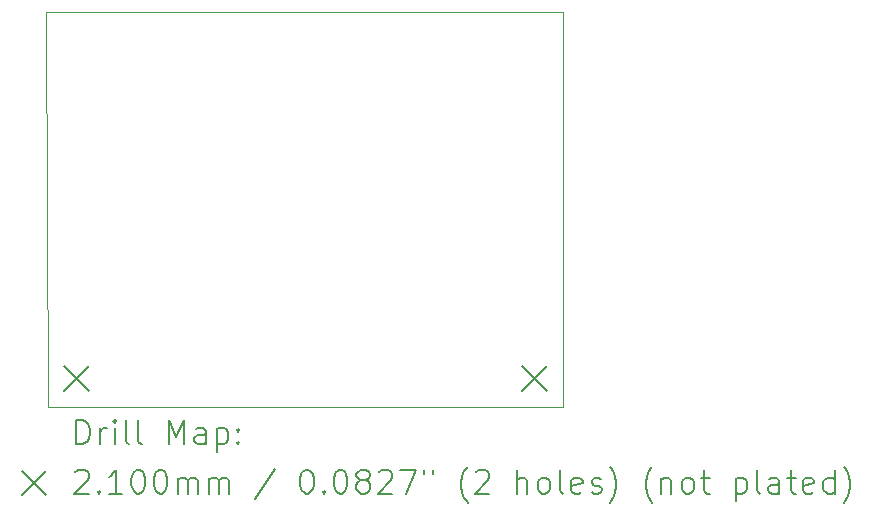
<source format=gbr>
%TF.GenerationSoftware,KiCad,Pcbnew,7.0.5*%
%TF.CreationDate,2023-07-07T22:00:24-05:00*%
%TF.ProjectId,leapsd,6c656170-7364-42e6-9b69-6361645f7063,rev?*%
%TF.SameCoordinates,Original*%
%TF.FileFunction,Drillmap*%
%TF.FilePolarity,Positive*%
%FSLAX45Y45*%
G04 Gerber Fmt 4.5, Leading zero omitted, Abs format (unit mm)*
G04 Created by KiCad (PCBNEW 7.0.5) date 2023-07-07 22:00:24*
%MOMM*%
%LPD*%
G01*
G04 APERTURE LIST*
%ADD10C,0.050000*%
%ADD11C,0.200000*%
%ADD12C,0.210000*%
G04 APERTURE END LIST*
D10*
X15680000Y-3460000D02*
X15680000Y-3480000D01*
X20060000Y-3460000D02*
X20060000Y-6800000D01*
X15700000Y-6800000D02*
X20060000Y-6800000D01*
X20060000Y-3460000D02*
X15680000Y-3460000D01*
X15680000Y-3480000D02*
X15700000Y-6800000D01*
D11*
D12*
X15835000Y-6455000D02*
X16045000Y-6665000D01*
X16045000Y-6455000D02*
X15835000Y-6665000D01*
X19715000Y-6455000D02*
X19925000Y-6665000D01*
X19925000Y-6455000D02*
X19715000Y-6665000D01*
D11*
X15938277Y-7113984D02*
X15938277Y-6913984D01*
X15938277Y-6913984D02*
X15985896Y-6913984D01*
X15985896Y-6913984D02*
X16014467Y-6923508D01*
X16014467Y-6923508D02*
X16033515Y-6942555D01*
X16033515Y-6942555D02*
X16043039Y-6961603D01*
X16043039Y-6961603D02*
X16052562Y-6999698D01*
X16052562Y-6999698D02*
X16052562Y-7028269D01*
X16052562Y-7028269D02*
X16043039Y-7066365D01*
X16043039Y-7066365D02*
X16033515Y-7085412D01*
X16033515Y-7085412D02*
X16014467Y-7104460D01*
X16014467Y-7104460D02*
X15985896Y-7113984D01*
X15985896Y-7113984D02*
X15938277Y-7113984D01*
X16138277Y-7113984D02*
X16138277Y-6980650D01*
X16138277Y-7018746D02*
X16147801Y-6999698D01*
X16147801Y-6999698D02*
X16157324Y-6990174D01*
X16157324Y-6990174D02*
X16176372Y-6980650D01*
X16176372Y-6980650D02*
X16195420Y-6980650D01*
X16262086Y-7113984D02*
X16262086Y-6980650D01*
X16262086Y-6913984D02*
X16252562Y-6923508D01*
X16252562Y-6923508D02*
X16262086Y-6933031D01*
X16262086Y-6933031D02*
X16271610Y-6923508D01*
X16271610Y-6923508D02*
X16262086Y-6913984D01*
X16262086Y-6913984D02*
X16262086Y-6933031D01*
X16385896Y-7113984D02*
X16366848Y-7104460D01*
X16366848Y-7104460D02*
X16357324Y-7085412D01*
X16357324Y-7085412D02*
X16357324Y-6913984D01*
X16490658Y-7113984D02*
X16471610Y-7104460D01*
X16471610Y-7104460D02*
X16462086Y-7085412D01*
X16462086Y-7085412D02*
X16462086Y-6913984D01*
X16719229Y-7113984D02*
X16719229Y-6913984D01*
X16719229Y-6913984D02*
X16785896Y-7056841D01*
X16785896Y-7056841D02*
X16852563Y-6913984D01*
X16852563Y-6913984D02*
X16852563Y-7113984D01*
X17033515Y-7113984D02*
X17033515Y-7009222D01*
X17033515Y-7009222D02*
X17023991Y-6990174D01*
X17023991Y-6990174D02*
X17004944Y-6980650D01*
X17004944Y-6980650D02*
X16966848Y-6980650D01*
X16966848Y-6980650D02*
X16947801Y-6990174D01*
X17033515Y-7104460D02*
X17014467Y-7113984D01*
X17014467Y-7113984D02*
X16966848Y-7113984D01*
X16966848Y-7113984D02*
X16947801Y-7104460D01*
X16947801Y-7104460D02*
X16938277Y-7085412D01*
X16938277Y-7085412D02*
X16938277Y-7066365D01*
X16938277Y-7066365D02*
X16947801Y-7047317D01*
X16947801Y-7047317D02*
X16966848Y-7037793D01*
X16966848Y-7037793D02*
X17014467Y-7037793D01*
X17014467Y-7037793D02*
X17033515Y-7028269D01*
X17128753Y-6980650D02*
X17128753Y-7180650D01*
X17128753Y-6990174D02*
X17147801Y-6980650D01*
X17147801Y-6980650D02*
X17185896Y-6980650D01*
X17185896Y-6980650D02*
X17204944Y-6990174D01*
X17204944Y-6990174D02*
X17214467Y-6999698D01*
X17214467Y-6999698D02*
X17223991Y-7018746D01*
X17223991Y-7018746D02*
X17223991Y-7075888D01*
X17223991Y-7075888D02*
X17214467Y-7094936D01*
X17214467Y-7094936D02*
X17204944Y-7104460D01*
X17204944Y-7104460D02*
X17185896Y-7113984D01*
X17185896Y-7113984D02*
X17147801Y-7113984D01*
X17147801Y-7113984D02*
X17128753Y-7104460D01*
X17309705Y-7094936D02*
X17319229Y-7104460D01*
X17319229Y-7104460D02*
X17309705Y-7113984D01*
X17309705Y-7113984D02*
X17300182Y-7104460D01*
X17300182Y-7104460D02*
X17309705Y-7094936D01*
X17309705Y-7094936D02*
X17309705Y-7113984D01*
X17309705Y-6990174D02*
X17319229Y-6999698D01*
X17319229Y-6999698D02*
X17309705Y-7009222D01*
X17309705Y-7009222D02*
X17300182Y-6999698D01*
X17300182Y-6999698D02*
X17309705Y-6990174D01*
X17309705Y-6990174D02*
X17309705Y-7009222D01*
X15477500Y-7342500D02*
X15677500Y-7542500D01*
X15677500Y-7342500D02*
X15477500Y-7542500D01*
X15928753Y-7353031D02*
X15938277Y-7343508D01*
X15938277Y-7343508D02*
X15957324Y-7333984D01*
X15957324Y-7333984D02*
X16004943Y-7333984D01*
X16004943Y-7333984D02*
X16023991Y-7343508D01*
X16023991Y-7343508D02*
X16033515Y-7353031D01*
X16033515Y-7353031D02*
X16043039Y-7372079D01*
X16043039Y-7372079D02*
X16043039Y-7391127D01*
X16043039Y-7391127D02*
X16033515Y-7419698D01*
X16033515Y-7419698D02*
X15919229Y-7533984D01*
X15919229Y-7533984D02*
X16043039Y-7533984D01*
X16128753Y-7514936D02*
X16138277Y-7524460D01*
X16138277Y-7524460D02*
X16128753Y-7533984D01*
X16128753Y-7533984D02*
X16119229Y-7524460D01*
X16119229Y-7524460D02*
X16128753Y-7514936D01*
X16128753Y-7514936D02*
X16128753Y-7533984D01*
X16328753Y-7533984D02*
X16214467Y-7533984D01*
X16271610Y-7533984D02*
X16271610Y-7333984D01*
X16271610Y-7333984D02*
X16252562Y-7362555D01*
X16252562Y-7362555D02*
X16233515Y-7381603D01*
X16233515Y-7381603D02*
X16214467Y-7391127D01*
X16452562Y-7333984D02*
X16471610Y-7333984D01*
X16471610Y-7333984D02*
X16490658Y-7343508D01*
X16490658Y-7343508D02*
X16500182Y-7353031D01*
X16500182Y-7353031D02*
X16509705Y-7372079D01*
X16509705Y-7372079D02*
X16519229Y-7410174D01*
X16519229Y-7410174D02*
X16519229Y-7457793D01*
X16519229Y-7457793D02*
X16509705Y-7495888D01*
X16509705Y-7495888D02*
X16500182Y-7514936D01*
X16500182Y-7514936D02*
X16490658Y-7524460D01*
X16490658Y-7524460D02*
X16471610Y-7533984D01*
X16471610Y-7533984D02*
X16452562Y-7533984D01*
X16452562Y-7533984D02*
X16433515Y-7524460D01*
X16433515Y-7524460D02*
X16423991Y-7514936D01*
X16423991Y-7514936D02*
X16414467Y-7495888D01*
X16414467Y-7495888D02*
X16404943Y-7457793D01*
X16404943Y-7457793D02*
X16404943Y-7410174D01*
X16404943Y-7410174D02*
X16414467Y-7372079D01*
X16414467Y-7372079D02*
X16423991Y-7353031D01*
X16423991Y-7353031D02*
X16433515Y-7343508D01*
X16433515Y-7343508D02*
X16452562Y-7333984D01*
X16643039Y-7333984D02*
X16662086Y-7333984D01*
X16662086Y-7333984D02*
X16681134Y-7343508D01*
X16681134Y-7343508D02*
X16690658Y-7353031D01*
X16690658Y-7353031D02*
X16700182Y-7372079D01*
X16700182Y-7372079D02*
X16709705Y-7410174D01*
X16709705Y-7410174D02*
X16709705Y-7457793D01*
X16709705Y-7457793D02*
X16700182Y-7495888D01*
X16700182Y-7495888D02*
X16690658Y-7514936D01*
X16690658Y-7514936D02*
X16681134Y-7524460D01*
X16681134Y-7524460D02*
X16662086Y-7533984D01*
X16662086Y-7533984D02*
X16643039Y-7533984D01*
X16643039Y-7533984D02*
X16623991Y-7524460D01*
X16623991Y-7524460D02*
X16614467Y-7514936D01*
X16614467Y-7514936D02*
X16604943Y-7495888D01*
X16604943Y-7495888D02*
X16595420Y-7457793D01*
X16595420Y-7457793D02*
X16595420Y-7410174D01*
X16595420Y-7410174D02*
X16604943Y-7372079D01*
X16604943Y-7372079D02*
X16614467Y-7353031D01*
X16614467Y-7353031D02*
X16623991Y-7343508D01*
X16623991Y-7343508D02*
X16643039Y-7333984D01*
X16795420Y-7533984D02*
X16795420Y-7400650D01*
X16795420Y-7419698D02*
X16804944Y-7410174D01*
X16804944Y-7410174D02*
X16823991Y-7400650D01*
X16823991Y-7400650D02*
X16852563Y-7400650D01*
X16852563Y-7400650D02*
X16871610Y-7410174D01*
X16871610Y-7410174D02*
X16881134Y-7429222D01*
X16881134Y-7429222D02*
X16881134Y-7533984D01*
X16881134Y-7429222D02*
X16890658Y-7410174D01*
X16890658Y-7410174D02*
X16909705Y-7400650D01*
X16909705Y-7400650D02*
X16938277Y-7400650D01*
X16938277Y-7400650D02*
X16957325Y-7410174D01*
X16957325Y-7410174D02*
X16966848Y-7429222D01*
X16966848Y-7429222D02*
X16966848Y-7533984D01*
X17062086Y-7533984D02*
X17062086Y-7400650D01*
X17062086Y-7419698D02*
X17071610Y-7410174D01*
X17071610Y-7410174D02*
X17090658Y-7400650D01*
X17090658Y-7400650D02*
X17119229Y-7400650D01*
X17119229Y-7400650D02*
X17138277Y-7410174D01*
X17138277Y-7410174D02*
X17147801Y-7429222D01*
X17147801Y-7429222D02*
X17147801Y-7533984D01*
X17147801Y-7429222D02*
X17157325Y-7410174D01*
X17157325Y-7410174D02*
X17176372Y-7400650D01*
X17176372Y-7400650D02*
X17204944Y-7400650D01*
X17204944Y-7400650D02*
X17223991Y-7410174D01*
X17223991Y-7410174D02*
X17233515Y-7429222D01*
X17233515Y-7429222D02*
X17233515Y-7533984D01*
X17623991Y-7324460D02*
X17452563Y-7581603D01*
X17881134Y-7333984D02*
X17900182Y-7333984D01*
X17900182Y-7333984D02*
X17919229Y-7343508D01*
X17919229Y-7343508D02*
X17928753Y-7353031D01*
X17928753Y-7353031D02*
X17938277Y-7372079D01*
X17938277Y-7372079D02*
X17947801Y-7410174D01*
X17947801Y-7410174D02*
X17947801Y-7457793D01*
X17947801Y-7457793D02*
X17938277Y-7495888D01*
X17938277Y-7495888D02*
X17928753Y-7514936D01*
X17928753Y-7514936D02*
X17919229Y-7524460D01*
X17919229Y-7524460D02*
X17900182Y-7533984D01*
X17900182Y-7533984D02*
X17881134Y-7533984D01*
X17881134Y-7533984D02*
X17862087Y-7524460D01*
X17862087Y-7524460D02*
X17852563Y-7514936D01*
X17852563Y-7514936D02*
X17843039Y-7495888D01*
X17843039Y-7495888D02*
X17833515Y-7457793D01*
X17833515Y-7457793D02*
X17833515Y-7410174D01*
X17833515Y-7410174D02*
X17843039Y-7372079D01*
X17843039Y-7372079D02*
X17852563Y-7353031D01*
X17852563Y-7353031D02*
X17862087Y-7343508D01*
X17862087Y-7343508D02*
X17881134Y-7333984D01*
X18033515Y-7514936D02*
X18043039Y-7524460D01*
X18043039Y-7524460D02*
X18033515Y-7533984D01*
X18033515Y-7533984D02*
X18023991Y-7524460D01*
X18023991Y-7524460D02*
X18033515Y-7514936D01*
X18033515Y-7514936D02*
X18033515Y-7533984D01*
X18166848Y-7333984D02*
X18185896Y-7333984D01*
X18185896Y-7333984D02*
X18204944Y-7343508D01*
X18204944Y-7343508D02*
X18214468Y-7353031D01*
X18214468Y-7353031D02*
X18223991Y-7372079D01*
X18223991Y-7372079D02*
X18233515Y-7410174D01*
X18233515Y-7410174D02*
X18233515Y-7457793D01*
X18233515Y-7457793D02*
X18223991Y-7495888D01*
X18223991Y-7495888D02*
X18214468Y-7514936D01*
X18214468Y-7514936D02*
X18204944Y-7524460D01*
X18204944Y-7524460D02*
X18185896Y-7533984D01*
X18185896Y-7533984D02*
X18166848Y-7533984D01*
X18166848Y-7533984D02*
X18147801Y-7524460D01*
X18147801Y-7524460D02*
X18138277Y-7514936D01*
X18138277Y-7514936D02*
X18128753Y-7495888D01*
X18128753Y-7495888D02*
X18119229Y-7457793D01*
X18119229Y-7457793D02*
X18119229Y-7410174D01*
X18119229Y-7410174D02*
X18128753Y-7372079D01*
X18128753Y-7372079D02*
X18138277Y-7353031D01*
X18138277Y-7353031D02*
X18147801Y-7343508D01*
X18147801Y-7343508D02*
X18166848Y-7333984D01*
X18347801Y-7419698D02*
X18328753Y-7410174D01*
X18328753Y-7410174D02*
X18319229Y-7400650D01*
X18319229Y-7400650D02*
X18309706Y-7381603D01*
X18309706Y-7381603D02*
X18309706Y-7372079D01*
X18309706Y-7372079D02*
X18319229Y-7353031D01*
X18319229Y-7353031D02*
X18328753Y-7343508D01*
X18328753Y-7343508D02*
X18347801Y-7333984D01*
X18347801Y-7333984D02*
X18385896Y-7333984D01*
X18385896Y-7333984D02*
X18404944Y-7343508D01*
X18404944Y-7343508D02*
X18414468Y-7353031D01*
X18414468Y-7353031D02*
X18423991Y-7372079D01*
X18423991Y-7372079D02*
X18423991Y-7381603D01*
X18423991Y-7381603D02*
X18414468Y-7400650D01*
X18414468Y-7400650D02*
X18404944Y-7410174D01*
X18404944Y-7410174D02*
X18385896Y-7419698D01*
X18385896Y-7419698D02*
X18347801Y-7419698D01*
X18347801Y-7419698D02*
X18328753Y-7429222D01*
X18328753Y-7429222D02*
X18319229Y-7438746D01*
X18319229Y-7438746D02*
X18309706Y-7457793D01*
X18309706Y-7457793D02*
X18309706Y-7495888D01*
X18309706Y-7495888D02*
X18319229Y-7514936D01*
X18319229Y-7514936D02*
X18328753Y-7524460D01*
X18328753Y-7524460D02*
X18347801Y-7533984D01*
X18347801Y-7533984D02*
X18385896Y-7533984D01*
X18385896Y-7533984D02*
X18404944Y-7524460D01*
X18404944Y-7524460D02*
X18414468Y-7514936D01*
X18414468Y-7514936D02*
X18423991Y-7495888D01*
X18423991Y-7495888D02*
X18423991Y-7457793D01*
X18423991Y-7457793D02*
X18414468Y-7438746D01*
X18414468Y-7438746D02*
X18404944Y-7429222D01*
X18404944Y-7429222D02*
X18385896Y-7419698D01*
X18500182Y-7353031D02*
X18509706Y-7343508D01*
X18509706Y-7343508D02*
X18528753Y-7333984D01*
X18528753Y-7333984D02*
X18576372Y-7333984D01*
X18576372Y-7333984D02*
X18595420Y-7343508D01*
X18595420Y-7343508D02*
X18604944Y-7353031D01*
X18604944Y-7353031D02*
X18614468Y-7372079D01*
X18614468Y-7372079D02*
X18614468Y-7391127D01*
X18614468Y-7391127D02*
X18604944Y-7419698D01*
X18604944Y-7419698D02*
X18490658Y-7533984D01*
X18490658Y-7533984D02*
X18614468Y-7533984D01*
X18681134Y-7333984D02*
X18814468Y-7333984D01*
X18814468Y-7333984D02*
X18728753Y-7533984D01*
X18881134Y-7333984D02*
X18881134Y-7372079D01*
X18957325Y-7333984D02*
X18957325Y-7372079D01*
X19252563Y-7610174D02*
X19243039Y-7600650D01*
X19243039Y-7600650D02*
X19223991Y-7572079D01*
X19223991Y-7572079D02*
X19214468Y-7553031D01*
X19214468Y-7553031D02*
X19204944Y-7524460D01*
X19204944Y-7524460D02*
X19195420Y-7476841D01*
X19195420Y-7476841D02*
X19195420Y-7438746D01*
X19195420Y-7438746D02*
X19204944Y-7391127D01*
X19204944Y-7391127D02*
X19214468Y-7362555D01*
X19214468Y-7362555D02*
X19223991Y-7343508D01*
X19223991Y-7343508D02*
X19243039Y-7314936D01*
X19243039Y-7314936D02*
X19252563Y-7305412D01*
X19319230Y-7353031D02*
X19328753Y-7343508D01*
X19328753Y-7343508D02*
X19347801Y-7333984D01*
X19347801Y-7333984D02*
X19395420Y-7333984D01*
X19395420Y-7333984D02*
X19414468Y-7343508D01*
X19414468Y-7343508D02*
X19423991Y-7353031D01*
X19423991Y-7353031D02*
X19433515Y-7372079D01*
X19433515Y-7372079D02*
X19433515Y-7391127D01*
X19433515Y-7391127D02*
X19423991Y-7419698D01*
X19423991Y-7419698D02*
X19309706Y-7533984D01*
X19309706Y-7533984D02*
X19433515Y-7533984D01*
X19671611Y-7533984D02*
X19671611Y-7333984D01*
X19757325Y-7533984D02*
X19757325Y-7429222D01*
X19757325Y-7429222D02*
X19747801Y-7410174D01*
X19747801Y-7410174D02*
X19728753Y-7400650D01*
X19728753Y-7400650D02*
X19700182Y-7400650D01*
X19700182Y-7400650D02*
X19681134Y-7410174D01*
X19681134Y-7410174D02*
X19671611Y-7419698D01*
X19881134Y-7533984D02*
X19862087Y-7524460D01*
X19862087Y-7524460D02*
X19852563Y-7514936D01*
X19852563Y-7514936D02*
X19843039Y-7495888D01*
X19843039Y-7495888D02*
X19843039Y-7438746D01*
X19843039Y-7438746D02*
X19852563Y-7419698D01*
X19852563Y-7419698D02*
X19862087Y-7410174D01*
X19862087Y-7410174D02*
X19881134Y-7400650D01*
X19881134Y-7400650D02*
X19909706Y-7400650D01*
X19909706Y-7400650D02*
X19928753Y-7410174D01*
X19928753Y-7410174D02*
X19938277Y-7419698D01*
X19938277Y-7419698D02*
X19947801Y-7438746D01*
X19947801Y-7438746D02*
X19947801Y-7495888D01*
X19947801Y-7495888D02*
X19938277Y-7514936D01*
X19938277Y-7514936D02*
X19928753Y-7524460D01*
X19928753Y-7524460D02*
X19909706Y-7533984D01*
X19909706Y-7533984D02*
X19881134Y-7533984D01*
X20062087Y-7533984D02*
X20043039Y-7524460D01*
X20043039Y-7524460D02*
X20033515Y-7505412D01*
X20033515Y-7505412D02*
X20033515Y-7333984D01*
X20214468Y-7524460D02*
X20195420Y-7533984D01*
X20195420Y-7533984D02*
X20157325Y-7533984D01*
X20157325Y-7533984D02*
X20138277Y-7524460D01*
X20138277Y-7524460D02*
X20128753Y-7505412D01*
X20128753Y-7505412D02*
X20128753Y-7429222D01*
X20128753Y-7429222D02*
X20138277Y-7410174D01*
X20138277Y-7410174D02*
X20157325Y-7400650D01*
X20157325Y-7400650D02*
X20195420Y-7400650D01*
X20195420Y-7400650D02*
X20214468Y-7410174D01*
X20214468Y-7410174D02*
X20223992Y-7429222D01*
X20223992Y-7429222D02*
X20223992Y-7448269D01*
X20223992Y-7448269D02*
X20128753Y-7467317D01*
X20300182Y-7524460D02*
X20319230Y-7533984D01*
X20319230Y-7533984D02*
X20357325Y-7533984D01*
X20357325Y-7533984D02*
X20376373Y-7524460D01*
X20376373Y-7524460D02*
X20385896Y-7505412D01*
X20385896Y-7505412D02*
X20385896Y-7495888D01*
X20385896Y-7495888D02*
X20376373Y-7476841D01*
X20376373Y-7476841D02*
X20357325Y-7467317D01*
X20357325Y-7467317D02*
X20328753Y-7467317D01*
X20328753Y-7467317D02*
X20309706Y-7457793D01*
X20309706Y-7457793D02*
X20300182Y-7438746D01*
X20300182Y-7438746D02*
X20300182Y-7429222D01*
X20300182Y-7429222D02*
X20309706Y-7410174D01*
X20309706Y-7410174D02*
X20328753Y-7400650D01*
X20328753Y-7400650D02*
X20357325Y-7400650D01*
X20357325Y-7400650D02*
X20376373Y-7410174D01*
X20452563Y-7610174D02*
X20462087Y-7600650D01*
X20462087Y-7600650D02*
X20481134Y-7572079D01*
X20481134Y-7572079D02*
X20490658Y-7553031D01*
X20490658Y-7553031D02*
X20500182Y-7524460D01*
X20500182Y-7524460D02*
X20509706Y-7476841D01*
X20509706Y-7476841D02*
X20509706Y-7438746D01*
X20509706Y-7438746D02*
X20500182Y-7391127D01*
X20500182Y-7391127D02*
X20490658Y-7362555D01*
X20490658Y-7362555D02*
X20481134Y-7343508D01*
X20481134Y-7343508D02*
X20462087Y-7314936D01*
X20462087Y-7314936D02*
X20452563Y-7305412D01*
X20814468Y-7610174D02*
X20804944Y-7600650D01*
X20804944Y-7600650D02*
X20785896Y-7572079D01*
X20785896Y-7572079D02*
X20776373Y-7553031D01*
X20776373Y-7553031D02*
X20766849Y-7524460D01*
X20766849Y-7524460D02*
X20757325Y-7476841D01*
X20757325Y-7476841D02*
X20757325Y-7438746D01*
X20757325Y-7438746D02*
X20766849Y-7391127D01*
X20766849Y-7391127D02*
X20776373Y-7362555D01*
X20776373Y-7362555D02*
X20785896Y-7343508D01*
X20785896Y-7343508D02*
X20804944Y-7314936D01*
X20804944Y-7314936D02*
X20814468Y-7305412D01*
X20890658Y-7400650D02*
X20890658Y-7533984D01*
X20890658Y-7419698D02*
X20900182Y-7410174D01*
X20900182Y-7410174D02*
X20919230Y-7400650D01*
X20919230Y-7400650D02*
X20947801Y-7400650D01*
X20947801Y-7400650D02*
X20966849Y-7410174D01*
X20966849Y-7410174D02*
X20976373Y-7429222D01*
X20976373Y-7429222D02*
X20976373Y-7533984D01*
X21100182Y-7533984D02*
X21081134Y-7524460D01*
X21081134Y-7524460D02*
X21071611Y-7514936D01*
X21071611Y-7514936D02*
X21062087Y-7495888D01*
X21062087Y-7495888D02*
X21062087Y-7438746D01*
X21062087Y-7438746D02*
X21071611Y-7419698D01*
X21071611Y-7419698D02*
X21081134Y-7410174D01*
X21081134Y-7410174D02*
X21100182Y-7400650D01*
X21100182Y-7400650D02*
X21128754Y-7400650D01*
X21128754Y-7400650D02*
X21147801Y-7410174D01*
X21147801Y-7410174D02*
X21157325Y-7419698D01*
X21157325Y-7419698D02*
X21166849Y-7438746D01*
X21166849Y-7438746D02*
X21166849Y-7495888D01*
X21166849Y-7495888D02*
X21157325Y-7514936D01*
X21157325Y-7514936D02*
X21147801Y-7524460D01*
X21147801Y-7524460D02*
X21128754Y-7533984D01*
X21128754Y-7533984D02*
X21100182Y-7533984D01*
X21223992Y-7400650D02*
X21300182Y-7400650D01*
X21252563Y-7333984D02*
X21252563Y-7505412D01*
X21252563Y-7505412D02*
X21262087Y-7524460D01*
X21262087Y-7524460D02*
X21281134Y-7533984D01*
X21281134Y-7533984D02*
X21300182Y-7533984D01*
X21519230Y-7400650D02*
X21519230Y-7600650D01*
X21519230Y-7410174D02*
X21538277Y-7400650D01*
X21538277Y-7400650D02*
X21576373Y-7400650D01*
X21576373Y-7400650D02*
X21595420Y-7410174D01*
X21595420Y-7410174D02*
X21604944Y-7419698D01*
X21604944Y-7419698D02*
X21614468Y-7438746D01*
X21614468Y-7438746D02*
X21614468Y-7495888D01*
X21614468Y-7495888D02*
X21604944Y-7514936D01*
X21604944Y-7514936D02*
X21595420Y-7524460D01*
X21595420Y-7524460D02*
X21576373Y-7533984D01*
X21576373Y-7533984D02*
X21538277Y-7533984D01*
X21538277Y-7533984D02*
X21519230Y-7524460D01*
X21728754Y-7533984D02*
X21709706Y-7524460D01*
X21709706Y-7524460D02*
X21700182Y-7505412D01*
X21700182Y-7505412D02*
X21700182Y-7333984D01*
X21890658Y-7533984D02*
X21890658Y-7429222D01*
X21890658Y-7429222D02*
X21881135Y-7410174D01*
X21881135Y-7410174D02*
X21862087Y-7400650D01*
X21862087Y-7400650D02*
X21823992Y-7400650D01*
X21823992Y-7400650D02*
X21804944Y-7410174D01*
X21890658Y-7524460D02*
X21871611Y-7533984D01*
X21871611Y-7533984D02*
X21823992Y-7533984D01*
X21823992Y-7533984D02*
X21804944Y-7524460D01*
X21804944Y-7524460D02*
X21795420Y-7505412D01*
X21795420Y-7505412D02*
X21795420Y-7486365D01*
X21795420Y-7486365D02*
X21804944Y-7467317D01*
X21804944Y-7467317D02*
X21823992Y-7457793D01*
X21823992Y-7457793D02*
X21871611Y-7457793D01*
X21871611Y-7457793D02*
X21890658Y-7448269D01*
X21957325Y-7400650D02*
X22033515Y-7400650D01*
X21985896Y-7333984D02*
X21985896Y-7505412D01*
X21985896Y-7505412D02*
X21995420Y-7524460D01*
X21995420Y-7524460D02*
X22014468Y-7533984D01*
X22014468Y-7533984D02*
X22033515Y-7533984D01*
X22176373Y-7524460D02*
X22157325Y-7533984D01*
X22157325Y-7533984D02*
X22119230Y-7533984D01*
X22119230Y-7533984D02*
X22100182Y-7524460D01*
X22100182Y-7524460D02*
X22090658Y-7505412D01*
X22090658Y-7505412D02*
X22090658Y-7429222D01*
X22090658Y-7429222D02*
X22100182Y-7410174D01*
X22100182Y-7410174D02*
X22119230Y-7400650D01*
X22119230Y-7400650D02*
X22157325Y-7400650D01*
X22157325Y-7400650D02*
X22176373Y-7410174D01*
X22176373Y-7410174D02*
X22185896Y-7429222D01*
X22185896Y-7429222D02*
X22185896Y-7448269D01*
X22185896Y-7448269D02*
X22090658Y-7467317D01*
X22357325Y-7533984D02*
X22357325Y-7333984D01*
X22357325Y-7524460D02*
X22338277Y-7533984D01*
X22338277Y-7533984D02*
X22300182Y-7533984D01*
X22300182Y-7533984D02*
X22281135Y-7524460D01*
X22281135Y-7524460D02*
X22271611Y-7514936D01*
X22271611Y-7514936D02*
X22262087Y-7495888D01*
X22262087Y-7495888D02*
X22262087Y-7438746D01*
X22262087Y-7438746D02*
X22271611Y-7419698D01*
X22271611Y-7419698D02*
X22281135Y-7410174D01*
X22281135Y-7410174D02*
X22300182Y-7400650D01*
X22300182Y-7400650D02*
X22338277Y-7400650D01*
X22338277Y-7400650D02*
X22357325Y-7410174D01*
X22433515Y-7610174D02*
X22443039Y-7600650D01*
X22443039Y-7600650D02*
X22462087Y-7572079D01*
X22462087Y-7572079D02*
X22471611Y-7553031D01*
X22471611Y-7553031D02*
X22481134Y-7524460D01*
X22481134Y-7524460D02*
X22490658Y-7476841D01*
X22490658Y-7476841D02*
X22490658Y-7438746D01*
X22490658Y-7438746D02*
X22481134Y-7391127D01*
X22481134Y-7391127D02*
X22471611Y-7362555D01*
X22471611Y-7362555D02*
X22462087Y-7343508D01*
X22462087Y-7343508D02*
X22443039Y-7314936D01*
X22443039Y-7314936D02*
X22433515Y-7305412D01*
M02*

</source>
